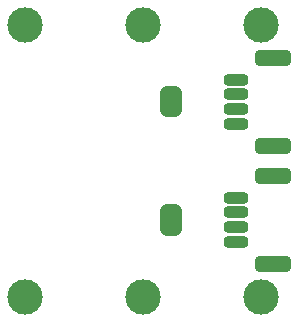
<source format=gbr>
G04 #@! TF.GenerationSoftware,KiCad,Pcbnew,(6.99.0-401-g0aca35bcab)*
G04 #@! TF.CreationDate,2022-01-13T12:34:39+01:00*
G04 #@! TF.ProjectId,TFI2CADT01A,54464932-4341-4445-9430-31412e6b6963,REV*
G04 #@! TF.SameCoordinates,PX78dfd90PY8290510*
G04 #@! TF.FileFunction,Soldermask,Top*
G04 #@! TF.FilePolarity,Negative*
%FSLAX46Y46*%
G04 Gerber Fmt 4.6, Leading zero omitted, Abs format (unit mm)*
G04 Created by KiCad (PCBNEW (6.99.0-401-g0aca35bcab)) date 2022-01-13 12:34:39*
%MOMM*%
%LPD*%
G01*
G04 APERTURE LIST*
G04 Aperture macros list*
%AMRoundRect*
0 Rectangle with rounded corners*
0 $1 Rounding radius*
0 $2 $3 $4 $5 $6 $7 $8 $9 X,Y pos of 4 corners*
0 Add a 4 corners polygon primitive as box body*
4,1,4,$2,$3,$4,$5,$6,$7,$8,$9,$2,$3,0*
0 Add four circle primitives for the rounded corners*
1,1,$1+$1,$2,$3*
1,1,$1+$1,$4,$5*
1,1,$1+$1,$6,$7*
1,1,$1+$1,$8,$9*
0 Add four rect primitives between the rounded corners*
20,1,$1+$1,$2,$3,$4,$5,0*
20,1,$1+$1,$4,$5,$6,$7,0*
20,1,$1+$1,$6,$7,$8,$9,0*
20,1,$1+$1,$8,$9,$2,$3,0*%
%AMFreePoly0*
4,1,41,0.586777,0.930194,0.656366,0.874698,0.694986,0.794504,0.700000,0.750000,0.700000,-0.750000,0.680194,-0.836777,0.624698,-0.906366,0.544504,-0.944986,0.500000,-0.950000,0.000000,-0.950000,-0.023504,-0.944635,-0.083606,-0.943534,-0.139582,-0.934468,-0.274897,-0.892193,-0.326080,-0.867780,-0.444090,-0.789225,-0.486362,-0.751429,-0.577582,-0.642910,-0.607548,-0.594768,-0.664643,-0.465009,
-0.679893,-0.410393,-0.697476,-0.275933,-0.697084,-0.275882,-0.700000,-0.250000,-0.700000,0.250000,-0.697921,0.259109,-0.697582,0.286880,-0.675771,0.426957,-0.659192,0.481183,-0.598944,0.609508,-0.567811,0.656904,-0.473967,0.763162,-0.430783,0.799915,-0.310888,0.875563,-0.259125,0.898717,-0.122818,0.937674,-0.066635,0.945370,-0.042411,0.945222,0.000000,0.950000,0.500000,0.950000,
0.586777,0.930194,0.586777,0.930194,$1*%
%AMFreePoly1*
4,1,41,0.022678,0.944824,0.075125,0.944504,0.131210,0.936123,0.267031,0.895504,0.318507,0.871718,0.437469,0.794611,0.480202,0.757333,0.572740,0.649936,0.603290,0.602165,0.661967,0.473113,0.677883,0.418686,0.697980,0.278353,0.700000,0.250000,0.700000,-0.250000,0.699985,-0.252439,0.699836,-0.264655,0.697079,-0.295398,0.673559,-0.435199,0.656318,-0.489221,0.594506,-0.616800,
0.562797,-0.663810,0.467662,-0.768914,0.424032,-0.805137,0.303222,-0.879314,0.251181,-0.901834,0.114408,-0.939123,0.058135,-0.946132,0.037663,-0.945757,0.000000,-0.950000,-0.500000,-0.950000,-0.586777,-0.930194,-0.656366,-0.874698,-0.694986,-0.794504,-0.700000,-0.750000,-0.700000,0.750000,-0.680194,0.836777,-0.624698,0.906366,-0.544504,0.944986,-0.500000,0.950000,0.000000,0.950000,
0.022678,0.944824,0.022678,0.944824,$1*%
G04 Aperture macros list end*
%ADD10C,3.000000*%
%ADD11FreePoly0,270.000000*%
%ADD12FreePoly1,270.000000*%
%ADD13FreePoly0,90.000000*%
%ADD14FreePoly1,90.000000*%
%ADD15RoundRect,0.450000X1.100000X-0.250000X1.100000X0.250000X-1.100000X0.250000X-1.100000X-0.250000X0*%
%ADD16RoundRect,0.350000X0.700000X-0.150000X0.700000X0.150000X-0.700000X0.150000X-0.700000X-0.150000X0*%
G04 APERTURE END LIST*
D10*
G04 #@! TO.C,M3*
X-124246000Y136906000D03*
G04 #@! TD*
G04 #@! TO.C,M4*
X-124246000Y159906000D03*
G04 #@! TD*
G04 #@! TO.C,M5*
X-104246000Y159906000D03*
G04 #@! TD*
D11*
G04 #@! TO.C,JP1*
X-111900000Y144050000D03*
D12*
X-111900000Y142750000D03*
G04 #@! TD*
D13*
G04 #@! TO.C,JP2*
X-111900000Y152750000D03*
D14*
X-111900000Y154050000D03*
G04 #@! TD*
D10*
G04 #@! TO.C,M2*
X-114246000Y159906000D03*
G04 #@! TD*
G04 #@! TO.C,M6*
X-104246000Y136906000D03*
G04 #@! TD*
D15*
G04 #@! TO.C,J6*
X-103196000Y157131000D03*
X-103196000Y149681000D03*
D16*
X-106396000Y155281000D03*
X-106396000Y154031000D03*
X-106396000Y152781000D03*
X-106396000Y151531000D03*
G04 #@! TD*
D10*
G04 #@! TO.C,M1*
X-114246000Y136906000D03*
G04 #@! TD*
D16*
G04 #@! TO.C,J4*
X-106396000Y141531000D03*
X-106396000Y142781000D03*
X-106396000Y144031000D03*
X-106396000Y145281000D03*
D15*
X-103196000Y139681000D03*
X-103196000Y147131000D03*
G04 #@! TD*
M02*

</source>
